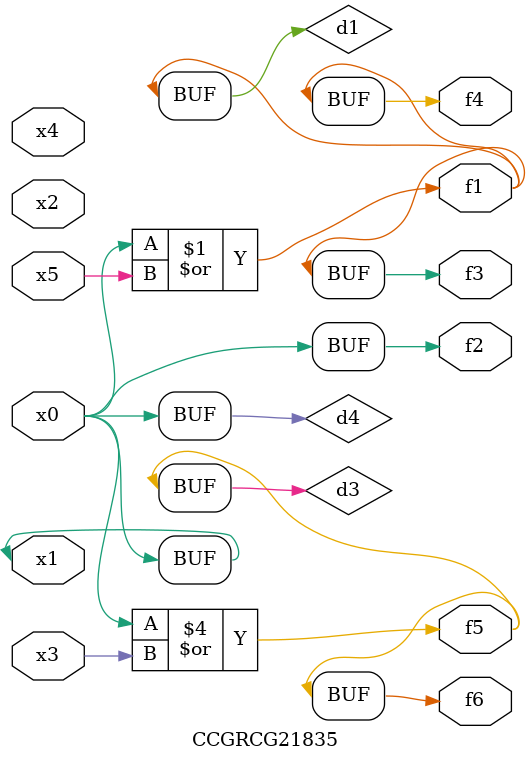
<source format=v>
module CCGRCG21835(
	input x0, x1, x2, x3, x4, x5,
	output f1, f2, f3, f4, f5, f6
);

	wire d1, d2, d3, d4;

	or (d1, x0, x5);
	xnor (d2, x1, x4);
	or (d3, x0, x3);
	buf (d4, x0, x1);
	assign f1 = d1;
	assign f2 = d4;
	assign f3 = d1;
	assign f4 = d1;
	assign f5 = d3;
	assign f6 = d3;
endmodule

</source>
